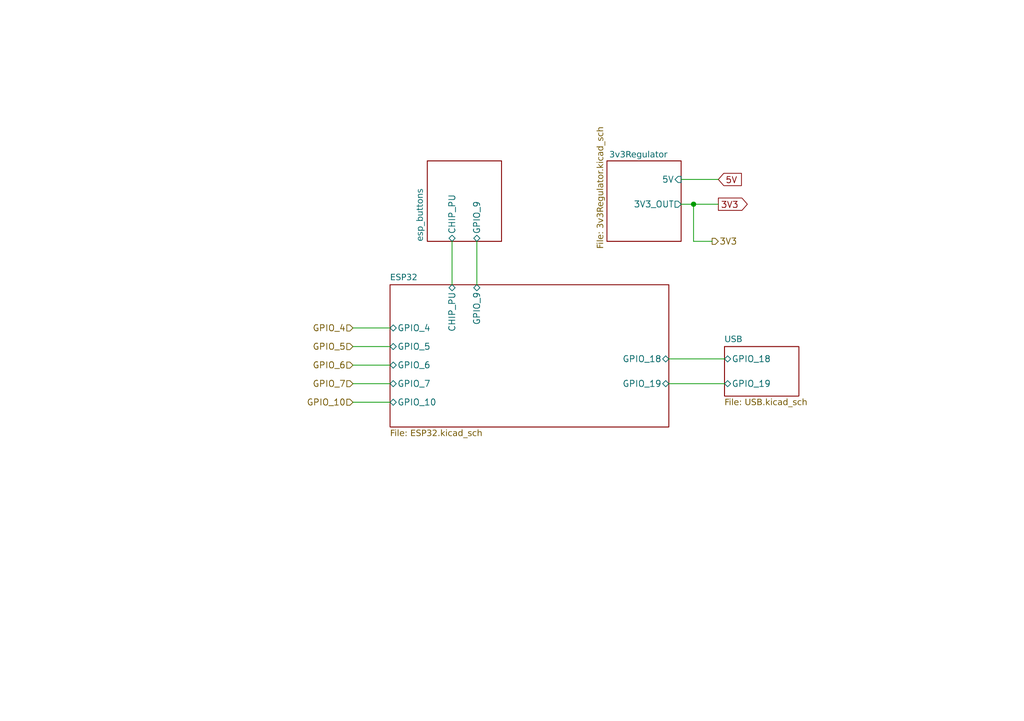
<source format=kicad_sch>
(kicad_sch
	(version 20250114)
	(generator "eeschema")
	(generator_version "9.0")
	(uuid "ab2affb7-09e7-4aae-854f-434a18b879d2")
	(paper "A5")
	(lib_symbols)
	(junction
		(at 142.24 41.91)
		(diameter 0)
		(color 0 0 0 0)
		(uuid "d7f940bf-3d38-43cb-8d3f-0abe8d8845f6")
	)
	(wire
		(pts
			(xy 137.16 73.66) (xy 148.59 73.66)
		)
		(stroke
			(width 0)
			(type default)
		)
		(uuid "05672d9b-34a0-4f47-b743-0624e1e41c94")
	)
	(wire
		(pts
			(xy 142.24 49.53) (xy 142.24 41.91)
		)
		(stroke
			(width 0)
			(type default)
		)
		(uuid "2ebf6b4b-9749-4217-bb69-073b1f585540")
	)
	(wire
		(pts
			(xy 97.79 49.53) (xy 97.79 58.42)
		)
		(stroke
			(width 0)
			(type default)
		)
		(uuid "2eeb7e00-680a-4725-b53b-b1aeeb4467d2")
	)
	(wire
		(pts
			(xy 146.05 49.53) (xy 142.24 49.53)
		)
		(stroke
			(width 0)
			(type default)
		)
		(uuid "470d5bb9-81c0-4a87-b76d-20fd7d36bff7")
	)
	(wire
		(pts
			(xy 139.7 36.83) (xy 147.32 36.83)
		)
		(stroke
			(width 0)
			(type default)
		)
		(uuid "498509b7-291d-49d1-8839-7568c8f0bc68")
	)
	(wire
		(pts
			(xy 72.39 82.55) (xy 80.01 82.55)
		)
		(stroke
			(width 0)
			(type default)
		)
		(uuid "54e8dcdf-e28d-445b-9858-911866155828")
	)
	(wire
		(pts
			(xy 72.39 78.74) (xy 80.01 78.74)
		)
		(stroke
			(width 0)
			(type default)
		)
		(uuid "641e7c64-aa8f-4283-8134-ba9377c02147")
	)
	(wire
		(pts
			(xy 142.24 41.91) (xy 147.32 41.91)
		)
		(stroke
			(width 0)
			(type default)
		)
		(uuid "977b195a-bd4f-4680-9667-ec655ee48161")
	)
	(wire
		(pts
			(xy 139.7 41.91) (xy 142.24 41.91)
		)
		(stroke
			(width 0)
			(type default)
		)
		(uuid "a8215fe8-e85a-4909-8635-3314ddb8770e")
	)
	(wire
		(pts
			(xy 92.71 49.53) (xy 92.71 58.42)
		)
		(stroke
			(width 0)
			(type default)
		)
		(uuid "b261642f-95d4-4068-a8c9-19046aaec3fc")
	)
	(wire
		(pts
			(xy 72.39 74.93) (xy 80.01 74.93)
		)
		(stroke
			(width 0)
			(type default)
		)
		(uuid "b8627256-1b75-4acd-9e3e-729176286daf")
	)
	(wire
		(pts
			(xy 137.16 78.74) (xy 148.59 78.74)
		)
		(stroke
			(width 0)
			(type default)
		)
		(uuid "d19046e6-9813-41a1-b8c6-feb2c8e774f6")
	)
	(wire
		(pts
			(xy 72.39 71.12) (xy 80.01 71.12)
		)
		(stroke
			(width 0)
			(type default)
		)
		(uuid "dba3e4f4-c303-44f4-8b33-d4b34b69109a")
	)
	(wire
		(pts
			(xy 72.39 67.31) (xy 80.01 67.31)
		)
		(stroke
			(width 0)
			(type default)
		)
		(uuid "ecf674b3-1601-4441-9a97-24f20ef85bcf")
	)
	(global_label "3V3"
		(shape output)
		(at 147.32 41.91 0)
		(fields_autoplaced yes)
		(effects
			(font
				(size 1.27 1.27)
			)
			(justify left)
		)
		(uuid "1478fe57-9026-425f-a25d-1fcce2e9c9d0")
		(property "Intersheetrefs" "${INTERSHEET_REFS}"
			(at 153.8348 41.91 0)
			(effects
				(font
					(size 1.27 1.27)
				)
				(justify left)
				(hide yes)
			)
		)
	)
	(global_label "5V"
		(shape input)
		(at 147.32 36.83 0)
		(fields_autoplaced yes)
		(effects
			(font
				(size 1.27 1.27)
			)
			(justify left)
		)
		(uuid "7dd898da-0db8-4eba-9f45-516517811e26")
		(property "Intersheetrefs" "${INTERSHEET_REFS}"
			(at 152.6499 36.83 0)
			(effects
				(font
					(size 1.27 1.27)
				)
				(justify left)
				(hide yes)
			)
		)
	)
	(hierarchical_label "GPIO_10"
		(shape input)
		(at 72.39 82.55 180)
		(effects
			(font
				(size 1.27 1.27)
			)
			(justify right)
		)
		(uuid "2f5c8899-d23a-484e-b955-983e6b3c16ce")
	)
	(hierarchical_label "GPIO_7"
		(shape input)
		(at 72.39 78.74 180)
		(effects
			(font
				(size 1.27 1.27)
			)
			(justify right)
		)
		(uuid "33de8fe3-7e6c-47c8-bba2-17fdb1a89f18")
	)
	(hierarchical_label "GPIO_6"
		(shape input)
		(at 72.39 74.93 180)
		(effects
			(font
				(size 1.27 1.27)
			)
			(justify right)
		)
		(uuid "36bdce13-cc47-4cd2-a9cf-a124a6ac085a")
	)
	(hierarchical_label "GPIO_4"
		(shape input)
		(at 72.39 67.31 180)
		(effects
			(font
				(size 1.27 1.27)
			)
			(justify right)
		)
		(uuid "44e3a80d-325c-4c82-b2e0-8e413f5498b7")
	)
	(hierarchical_label "3V3"
		(shape output)
		(at 146.05 49.53 0)
		(effects
			(font
				(size 1.27 1.27)
			)
			(justify left)
		)
		(uuid "74233c9c-936d-41a7-9a0a-805c018a9a2c")
	)
	(hierarchical_label "GPIO_5"
		(shape input)
		(at 72.39 71.12 180)
		(effects
			(font
				(size 1.27 1.27)
			)
			(justify right)
		)
		(uuid "a9fe12dd-c700-4668-a442-77397bc50798")
	)
	(sheet
		(at 80.01 58.42)
		(size 57.15 29.21)
		(exclude_from_sim no)
		(in_bom yes)
		(on_board yes)
		(dnp no)
		(fields_autoplaced yes)
		(stroke
			(width 0.1524)
			(type solid)
		)
		(fill
			(color 0 0 0 0.0000)
		)
		(uuid "38430459-a8c5-46d6-afef-5d99a71d67e9")
		(property "Sheetname" "ESP32"
			(at 80.01 57.7084 0)
			(effects
				(font
					(face "Arial Narrow")
					(size 1.27 1.27)
				)
				(justify left bottom)
			)
		)
		(property "Sheetfile" "ESP32.kicad_sch"
			(at 80.01 88.2146 0)
			(effects
				(font
					(face "Arial Narrow")
					(size 1.27 1.27)
				)
				(justify left top)
			)
		)
		(pin "CHIP_PU" bidirectional
			(at 92.71 58.42 90)
			(uuid "cd6cfb24-b52d-478e-99ae-2b069c720812")
			(effects
				(font
					(size 1.27 1.27)
				)
				(justify right)
			)
		)
		(pin "GPIO_9" bidirectional
			(at 97.79 58.42 90)
			(uuid "fb956acb-6325-49da-acb2-40ccc7405060")
			(effects
				(font
					(size 1.27 1.27)
				)
				(justify right)
			)
		)
		(pin "GPIO_4" bidirectional
			(at 80.01 67.31 180)
			(uuid "03647ff3-f7ab-41a3-8bdc-8751134045ec")
			(effects
				(font
					(size 1.27 1.27)
				)
				(justify left)
			)
		)
		(pin "GPIO_6" bidirectional
			(at 80.01 74.93 180)
			(uuid "6c1b89e4-f323-4a52-9d6b-7c42e24f1ff3")
			(effects
				(font
					(size 1.27 1.27)
				)
				(justify left)
			)
		)
		(pin "GPIO_10" bidirectional
			(at 80.01 82.55 180)
			(uuid "9d33cc2d-57e2-41af-8bf6-58c7ac2cc97c")
			(effects
				(font
					(size 1.27 1.27)
				)
				(justify left)
			)
		)
		(pin "GPIO_18" bidirectional
			(at 137.16 73.66 0)
			(uuid "858fb16d-3a42-4d38-b50e-6f436fd1918c")
			(effects
				(font
					(size 1.27 1.27)
				)
				(justify right)
			)
		)
		(pin "GPIO_19" bidirectional
			(at 137.16 78.74 0)
			(uuid "b13b3271-a4b2-4364-9fe0-b5660ca2fd7f")
			(effects
				(font
					(size 1.27 1.27)
				)
				(justify right)
			)
		)
		(pin "GPIO_7" bidirectional
			(at 80.01 78.74 180)
			(uuid "e851b797-92b3-4e86-8322-b4df385a20cc")
			(effects
				(font
					(size 1.27 1.27)
				)
				(justify left)
			)
		)
		(pin "GPIO_5" bidirectional
			(at 80.01 71.12 180)
			(uuid "75e165cd-6c2a-4d53-b190-e02827c3779f")
			(effects
				(font
					(size 1.27 1.27)
				)
				(justify left)
			)
		)
		(instances
			(project "firstTry"
				(path "/a23a4c14-2593-43b0-b494-6c89a758f3cc/3f4f51db-b18e-45cb-a371-f0e8b8b9912d"
					(page "2")
				)
			)
		)
	)
	(sheet
		(at 87.63 33.02)
		(size 15.24 16.51)
		(exclude_from_sim no)
		(in_bom yes)
		(on_board yes)
		(dnp no)
		(fields_autoplaced yes)
		(stroke
			(width 0.1524)
			(type solid)
		)
		(fill
			(color 0 0 0 0.0000)
		)
		(uuid "aa678cd3-eaff-4595-8971-f4af707a8c50")
		(property "Sheetname" "esp_buttons"
			(at 86.9184 49.53 90)
			(effects
				(font
					(face "Arial Narrow")
					(size 1.27 1.27)
				)
				(justify left bottom)
			)
		)
		(property "Sheetfile" "esp_buttons.kicad_sch"
			(at 103.4546 49.53 90)
			(effects
				(font
					(face "Arial Narrow")
					(size 1.27 1.27)
				)
				(justify left top)
				(hide yes)
			)
		)
		(pin "CHIP_PU" bidirectional
			(at 92.71 49.53 270)
			(uuid "11901caf-c552-43c7-869c-7047a3823348")
			(effects
				(font
					(size 1.27 1.27)
				)
				(justify left)
			)
		)
		(pin "GPIO_9" bidirectional
			(at 97.79 49.53 270)
			(uuid "7f302ef6-8fa5-43c6-8ede-b81eac156f73")
			(effects
				(font
					(size 1.27 1.27)
				)
				(justify left)
			)
		)
		(instances
			(project "firstTry"
				(path "/a23a4c14-2593-43b0-b494-6c89a758f3cc/3f4f51db-b18e-45cb-a371-f0e8b8b9912d"
					(page "2")
				)
			)
		)
	)
	(sheet
		(at 148.59 71.12)
		(size 15.24 10.16)
		(exclude_from_sim no)
		(in_bom yes)
		(on_board yes)
		(dnp no)
		(fields_autoplaced yes)
		(stroke
			(width 0.1524)
			(type solid)
		)
		(fill
			(color 0 0 0 0.0000)
		)
		(uuid "f86233e2-1a23-470a-8396-88b9cf26ba32")
		(property "Sheetname" "USB"
			(at 148.59 70.4084 0)
			(effects
				(font
					(face "Arial Narrow")
					(size 1.27 1.27)
				)
				(justify left bottom)
			)
		)
		(property "Sheetfile" "USB.kicad_sch"
			(at 148.59 81.8646 0)
			(effects
				(font
					(face "Arial Narrow")
					(size 1.27 1.27)
				)
				(justify left top)
			)
		)
		(pin "GPIO_18" bidirectional
			(at 148.59 73.66 180)
			(uuid "4797c59f-7302-41b1-bd33-c60dd27f47dc")
			(effects
				(font
					(size 1.27 1.27)
				)
				(justify left)
			)
		)
		(pin "GPIO_19" bidirectional
			(at 148.59 78.74 180)
			(uuid "8e23dc3b-1860-47a1-93aa-43e340e12ae6")
			(effects
				(font
					(size 1.27 1.27)
				)
				(justify left)
			)
		)
		(instances
			(project "firstTry"
				(path "/a23a4c14-2593-43b0-b494-6c89a758f3cc/3f4f51db-b18e-45cb-a371-f0e8b8b9912d"
					(page "2")
				)
			)
		)
	)
	(sheet
		(at 124.46 33.02)
		(size 15.24 16.51)
		(exclude_from_sim no)
		(in_bom yes)
		(on_board yes)
		(dnp no)
		(stroke
			(width 0.1524)
			(type solid)
		)
		(fill
			(color 0 0 0 0.0000)
		)
		(uuid "fbae8292-bae2-467d-8e33-f3755f46ab4e")
		(property "Sheetname" "3v3Regulator"
			(at 124.968 32.512 0)
			(effects
				(font
					(face "Arial Narrow")
					(size 1.27 1.27)
				)
				(justify left bottom)
			)
		)
		(property "Sheetfile" "3v3Regulator.kicad_sch"
			(at 122.428 51.054 90)
			(effects
				(font
					(face "Arial Narrow")
					(size 1.27 1.27)
				)
				(justify left top)
			)
		)
		(pin "5V" input
			(at 139.7 36.83 0)
			(uuid "529f4e35-ae45-4ee8-a5d0-cb80443d09a0")
			(effects
				(font
					(size 1.27 1.27)
				)
				(justify right)
			)
		)
		(pin "3V3_OUT" output
			(at 139.7 41.91 0)
			(uuid "6470c9ad-fd0c-46cd-8cdc-b9226aa36850")
			(effects
				(font
					(size 1.27 1.27)
				)
				(justify right)
			)
		)
		(instances
			(project "firstTry"
				(path "/a23a4c14-2593-43b0-b494-6c89a758f3cc/3f4f51db-b18e-45cb-a371-f0e8b8b9912d"
					(page "2")
				)
			)
		)
	)
)

</source>
